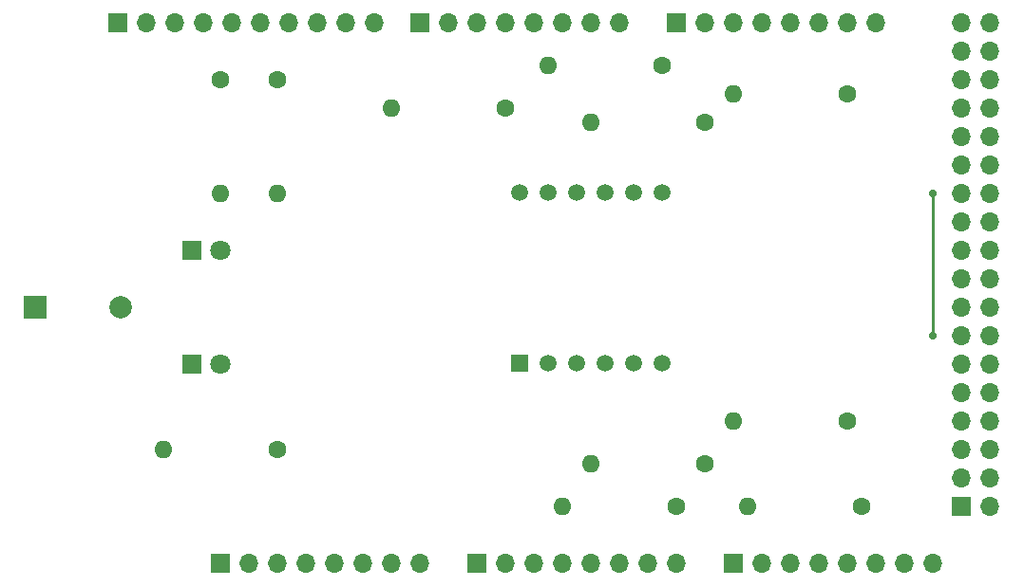
<source format=gbl>
G04 #@! TF.GenerationSoftware,KiCad,Pcbnew,(6.0.8)*
G04 #@! TF.CreationDate,2022-10-24T16:19:34-07:00*
G04 #@! TF.ProjectId,p_4,705f342e-6b69-4636-9164-5f7063625858,rev?*
G04 #@! TF.SameCoordinates,Original*
G04 #@! TF.FileFunction,Copper,L2,Bot*
G04 #@! TF.FilePolarity,Positive*
%FSLAX46Y46*%
G04 Gerber Fmt 4.6, Leading zero omitted, Abs format (unit mm)*
G04 Created by KiCad (PCBNEW (6.0.8)) date 2022-10-24 16:19:34*
%MOMM*%
%LPD*%
G01*
G04 APERTURE LIST*
G04 #@! TA.AperFunction,ComponentPad*
%ADD10R,1.700000X1.700000*%
G04 #@! TD*
G04 #@! TA.AperFunction,ComponentPad*
%ADD11O,1.700000X1.700000*%
G04 #@! TD*
G04 #@! TA.AperFunction,ComponentPad*
%ADD12C,1.600000*%
G04 #@! TD*
G04 #@! TA.AperFunction,ComponentPad*
%ADD13O,1.600000X1.600000*%
G04 #@! TD*
G04 #@! TA.AperFunction,ComponentPad*
%ADD14R,1.800000X1.800000*%
G04 #@! TD*
G04 #@! TA.AperFunction,ComponentPad*
%ADD15C,1.800000*%
G04 #@! TD*
G04 #@! TA.AperFunction,ComponentPad*
%ADD16R,1.500000X1.500000*%
G04 #@! TD*
G04 #@! TA.AperFunction,ComponentPad*
%ADD17C,1.500000*%
G04 #@! TD*
G04 #@! TA.AperFunction,ComponentPad*
%ADD18R,2.000000X2.000000*%
G04 #@! TD*
G04 #@! TA.AperFunction,ComponentPad*
%ADD19C,2.000000*%
G04 #@! TD*
G04 #@! TA.AperFunction,ViaPad*
%ADD20C,0.700000*%
G04 #@! TD*
G04 #@! TA.AperFunction,Conductor*
%ADD21C,0.250000*%
G04 #@! TD*
G04 APERTURE END LIST*
D10*
X193980000Y-92380000D03*
D11*
X196520000Y-92380000D03*
X193980000Y-89840000D03*
X196520000Y-89840000D03*
X193980000Y-87300000D03*
X196520000Y-87300000D03*
X193980000Y-84760000D03*
X196520000Y-84760000D03*
X193980000Y-82220000D03*
X196520000Y-82220000D03*
X193980000Y-79680000D03*
X196520000Y-79680000D03*
X193980000Y-77140000D03*
X196520000Y-77140000D03*
X193980000Y-74600000D03*
X196520000Y-74600000D03*
X193980000Y-72060000D03*
X196520000Y-72060000D03*
X193980000Y-69520000D03*
X196520000Y-69520000D03*
X193980000Y-66980000D03*
X196520000Y-66980000D03*
X193980000Y-64440000D03*
X196520000Y-64440000D03*
X193980000Y-61900000D03*
X196520000Y-61900000D03*
X193980000Y-59360000D03*
X196520000Y-59360000D03*
X193980000Y-56820000D03*
X196520000Y-56820000D03*
X193980000Y-54280000D03*
X196520000Y-54280000D03*
X193980000Y-51740000D03*
X196520000Y-51740000D03*
X193980000Y-49200000D03*
X196520000Y-49200000D03*
D10*
X127940000Y-97460000D03*
D11*
X130480000Y-97460000D03*
X133020000Y-97460000D03*
X135560000Y-97460000D03*
X138100000Y-97460000D03*
X140640000Y-97460000D03*
X143180000Y-97460000D03*
X145720000Y-97460000D03*
D10*
X150800000Y-97460000D03*
D11*
X153340000Y-97460000D03*
X155880000Y-97460000D03*
X158420000Y-97460000D03*
X160960000Y-97460000D03*
X163500000Y-97460000D03*
X166040000Y-97460000D03*
X168580000Y-97460000D03*
D10*
X173660000Y-97460000D03*
D11*
X176200000Y-97460000D03*
X178740000Y-97460000D03*
X181280000Y-97460000D03*
X183820000Y-97460000D03*
X186360000Y-97460000D03*
X188900000Y-97460000D03*
X191440000Y-97460000D03*
D10*
X118796000Y-49200000D03*
D11*
X121336000Y-49200000D03*
X123876000Y-49200000D03*
X126416000Y-49200000D03*
X128956000Y-49200000D03*
X131496000Y-49200000D03*
X134036000Y-49200000D03*
X136576000Y-49200000D03*
X139116000Y-49200000D03*
X141656000Y-49200000D03*
D10*
X145720000Y-49200000D03*
D11*
X148260000Y-49200000D03*
X150800000Y-49200000D03*
X153340000Y-49200000D03*
X155880000Y-49200000D03*
X158420000Y-49200000D03*
X160960000Y-49200000D03*
X163500000Y-49200000D03*
D10*
X168580000Y-49200000D03*
D11*
X171120000Y-49200000D03*
X173660000Y-49200000D03*
X176200000Y-49200000D03*
X178740000Y-49200000D03*
X181280000Y-49200000D03*
X183820000Y-49200000D03*
X186360000Y-49200000D03*
D12*
X127940000Y-54280000D03*
D13*
X127940000Y-64440000D03*
D14*
X125400000Y-69520000D03*
D15*
X127940000Y-69520000D03*
D12*
X168580000Y-92380000D03*
D13*
X158420000Y-92380000D03*
D12*
X167310000Y-53010000D03*
D13*
X157150000Y-53010000D03*
D12*
X171120000Y-88570000D03*
D13*
X160960000Y-88570000D03*
D12*
X185090000Y-92380000D03*
D13*
X174930000Y-92380000D03*
D12*
X183820000Y-55550000D03*
D13*
X173660000Y-55550000D03*
D12*
X133020000Y-87300000D03*
D13*
X122860000Y-87300000D03*
D12*
X153340000Y-56820000D03*
D13*
X143180000Y-56820000D03*
D12*
X171120000Y-58090000D03*
D13*
X160960000Y-58090000D03*
D16*
X154610000Y-79537500D03*
D17*
X157150000Y-79537500D03*
X159690000Y-79537500D03*
X162230000Y-79537500D03*
X164770000Y-79537500D03*
X167310000Y-79537500D03*
X167310000Y-64297500D03*
X164770000Y-64297500D03*
X162230000Y-64297500D03*
X159690000Y-64297500D03*
X157150000Y-64297500D03*
X154610000Y-64297500D03*
D12*
X183820000Y-84760000D03*
D13*
X173660000Y-84760000D03*
D18*
X111440000Y-74600000D03*
D19*
X119040000Y-74600000D03*
D14*
X125400000Y-79680000D03*
D15*
X127940000Y-79680000D03*
D12*
X133020000Y-54280000D03*
D13*
X133020000Y-64440000D03*
D20*
X191440000Y-64440000D03*
X191440000Y-77140000D03*
D21*
X191440000Y-77140000D02*
X191440000Y-64440000D01*
M02*

</source>
